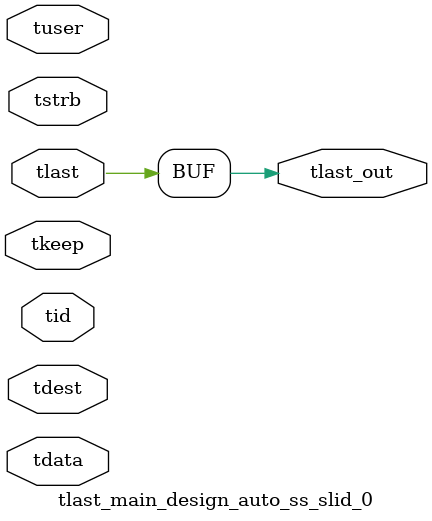
<source format=v>


`timescale 1ps/1ps

module tlast_main_design_auto_ss_slid_0 #
(
parameter C_S_AXIS_TID_WIDTH   = 1,
parameter C_S_AXIS_TUSER_WIDTH = 0,
parameter C_S_AXIS_TDATA_WIDTH = 0,
parameter C_S_AXIS_TDEST_WIDTH = 0
)
(
input  [(C_S_AXIS_TID_WIDTH   == 0 ? 1 : C_S_AXIS_TID_WIDTH)-1:0       ] tid,
input  [(C_S_AXIS_TDATA_WIDTH == 0 ? 1 : C_S_AXIS_TDATA_WIDTH)-1:0     ] tdata,
input  [(C_S_AXIS_TUSER_WIDTH == 0 ? 1 : C_S_AXIS_TUSER_WIDTH)-1:0     ] tuser,
input  [(C_S_AXIS_TDEST_WIDTH == 0 ? 1 : C_S_AXIS_TDEST_WIDTH)-1:0     ] tdest,
input  [(C_S_AXIS_TDATA_WIDTH/8)-1:0 ] tkeep,
input  [(C_S_AXIS_TDATA_WIDTH/8)-1:0 ] tstrb,
input  [0:0]                                                             tlast,
output                                                                   tlast_out
);

assign tlast_out = {tlast};

endmodule


</source>
